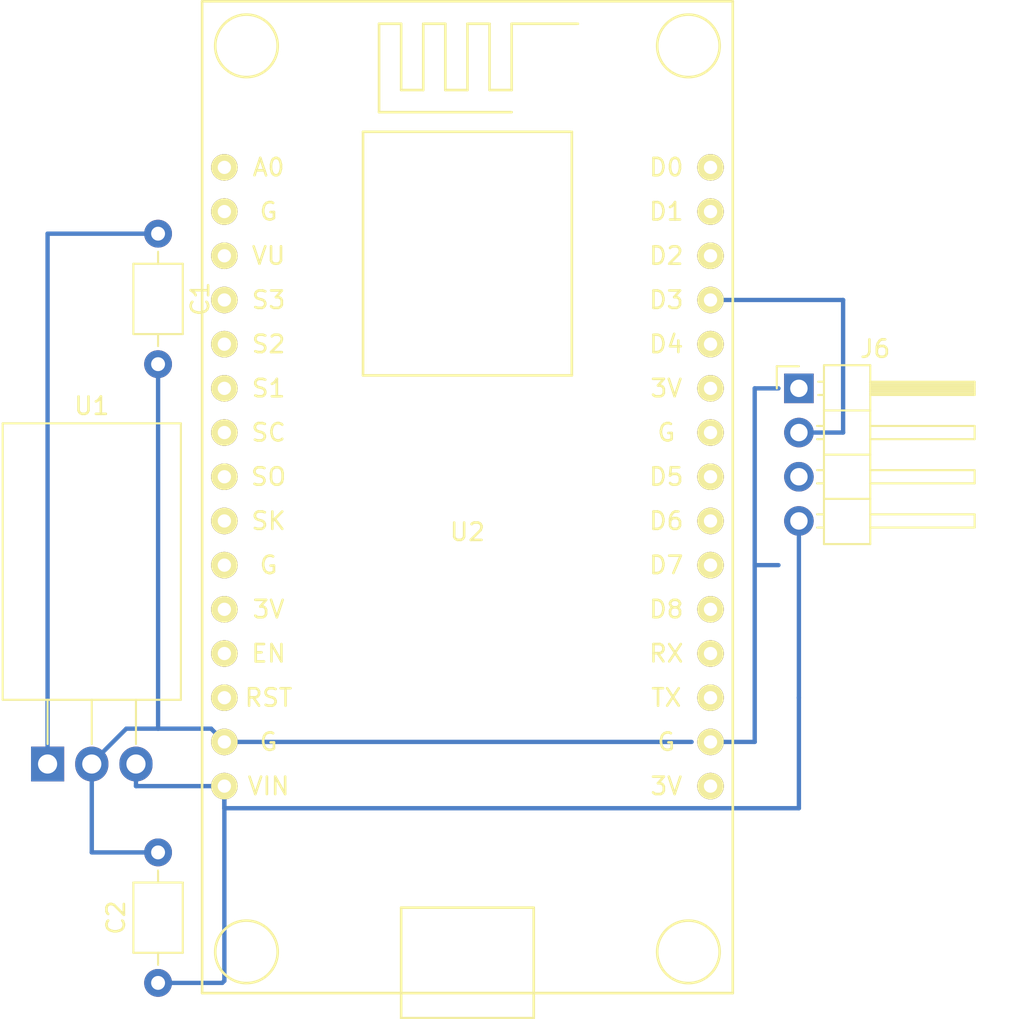
<source format=kicad_pcb>
(kicad_pcb (version 20171130) (host pcbnew "(5.0.2)-1")

  (general
    (thickness 1.6)
    (drawings 0)
    (tracks 29)
    (zones 0)
    (modules 5)
    (nets 33)
  )

  (page A4)
  (layers
    (0 F.Cu signal)
    (31 B.Cu signal)
    (32 B.Adhes user)
    (33 F.Adhes user)
    (34 B.Paste user)
    (35 F.Paste user)
    (36 B.SilkS user)
    (37 F.SilkS user)
    (38 B.Mask user)
    (39 F.Mask user)
    (40 Dwgs.User user)
    (41 Cmts.User user)
    (42 Eco1.User user)
    (43 Eco2.User user)
    (44 Edge.Cuts user)
    (45 Margin user)
    (46 B.CrtYd user)
    (47 F.CrtYd user)
    (48 B.Fab user)
    (49 F.Fab user)
  )

  (setup
    (last_trace_width 0.25)
    (trace_clearance 0.2)
    (zone_clearance 0.508)
    (zone_45_only no)
    (trace_min 0.2)
    (segment_width 0.2)
    (edge_width 0.1)
    (via_size 0.8)
    (via_drill 0.4)
    (via_min_size 0.4)
    (via_min_drill 0.3)
    (uvia_size 0.3)
    (uvia_drill 0.1)
    (uvias_allowed no)
    (uvia_min_size 0.2)
    (uvia_min_drill 0.1)
    (pcb_text_width 0.3)
    (pcb_text_size 1.5 1.5)
    (mod_edge_width 0.15)
    (mod_text_size 1 1)
    (mod_text_width 0.15)
    (pad_size 1.5 1.5)
    (pad_drill 0.6)
    (pad_to_mask_clearance 0)
    (solder_mask_min_width 0.25)
    (aux_axis_origin 0 0)
    (visible_elements 7FFFFFFF)
    (pcbplotparams
      (layerselection 0x010fc_ffffffff)
      (usegerberextensions false)
      (usegerberattributes false)
      (usegerberadvancedattributes false)
      (creategerberjobfile false)
      (excludeedgelayer true)
      (linewidth 0.100000)
      (plotframeref false)
      (viasonmask false)
      (mode 1)
      (useauxorigin false)
      (hpglpennumber 1)
      (hpglpenspeed 20)
      (hpglpendiameter 15.000000)
      (psnegative false)
      (psa4output false)
      (plotreference true)
      (plotvalue true)
      (plotinvisibletext false)
      (padsonsilk false)
      (subtractmaskfromsilk false)
      (outputformat 1)
      (mirror false)
      (drillshape 1)
      (scaleselection 1)
      (outputdirectory ""))
  )

  (net 0 "")
  (net 1 GND)
  (net 2 Radio)
  (net 3 "Net-(J6-Pad3)")
  (net 4 5v)
  (net 5 12v)
  (net 6 "Net-(U2-Pad1)")
  (net 7 "Net-(U2-Pad2)")
  (net 8 "Net-(U2-Pad3)")
  (net 9 "Net-(U2-Pad4)")
  (net 10 "Net-(U2-Pad5)")
  (net 11 "Net-(U2-Pad6)")
  (net 12 "Net-(U2-Pad7)")
  (net 13 "Net-(U2-Pad8)")
  (net 14 "Net-(U2-Pad9)")
  (net 15 "Net-(U2-Pad10)")
  (net 16 "Net-(U2-Pad11)")
  (net 17 "Net-(U2-Pad12)")
  (net 18 "Net-(U2-Pad13)")
  (net 19 "Net-(U2-Pad16)")
  (net 20 "Net-(U2-Pad17)")
  (net 21 "Net-(U2-Pad18)")
  (net 22 "Net-(U2-Pad19)")
  (net 23 "Net-(U2-Pad20)")
  (net 24 "Net-(U2-Pad21)")
  (net 25 "Net-(U2-Pad22)")
  (net 26 "Net-(U2-Pad23)")
  (net 27 "Net-(U2-Pad24)")
  (net 28 "Net-(U2-Pad25)")
  (net 29 "Net-(U2-Pad26)")
  (net 30 Ctrl)
  (net 31 "Net-(U2-Pad29)")
  (net 32 "Net-(U2-Pad30)")

  (net_class Default "This is the default net class."
    (clearance 0.2)
    (trace_width 0.25)
    (via_dia 0.8)
    (via_drill 0.4)
    (uvia_dia 0.3)
    (uvia_drill 0.1)
    (add_net 12v)
    (add_net 5v)
    (add_net Ctrl)
    (add_net GND)
    (add_net "Net-(J6-Pad3)")
    (add_net "Net-(U2-Pad1)")
    (add_net "Net-(U2-Pad10)")
    (add_net "Net-(U2-Pad11)")
    (add_net "Net-(U2-Pad12)")
    (add_net "Net-(U2-Pad13)")
    (add_net "Net-(U2-Pad16)")
    (add_net "Net-(U2-Pad17)")
    (add_net "Net-(U2-Pad18)")
    (add_net "Net-(U2-Pad19)")
    (add_net "Net-(U2-Pad2)")
    (add_net "Net-(U2-Pad20)")
    (add_net "Net-(U2-Pad21)")
    (add_net "Net-(U2-Pad22)")
    (add_net "Net-(U2-Pad23)")
    (add_net "Net-(U2-Pad24)")
    (add_net "Net-(U2-Pad25)")
    (add_net "Net-(U2-Pad26)")
    (add_net "Net-(U2-Pad29)")
    (add_net "Net-(U2-Pad3)")
    (add_net "Net-(U2-Pad30)")
    (add_net "Net-(U2-Pad4)")
    (add_net "Net-(U2-Pad5)")
    (add_net "Net-(U2-Pad6)")
    (add_net "Net-(U2-Pad7)")
    (add_net "Net-(U2-Pad8)")
    (add_net "Net-(U2-Pad9)")
    (add_net Radio)
  )

  (module Package_TO_SOT_THT:TO-220-3_Horizontal_TabDown (layer F.Cu) (tedit 5AC8BA0D) (tstamp 5DEA9675)
    (at 119.38 107.95)
    (descr "TO-220-3, Horizontal, RM 2.54mm, see https://www.vishay.com/docs/66542/to-220-1.pdf")
    (tags "TO-220-3 Horizontal RM 2.54mm")
    (path /5DC980F3)
    (fp_text reference U1 (at 2.54 -20.58) (layer F.SilkS)
      (effects (font (size 1 1) (thickness 0.15)))
    )
    (fp_text value L7805 (at 2.54 2) (layer F.Fab)
      (effects (font (size 1 1) (thickness 0.15)))
    )
    (fp_text user %R (at 2.54 -20.58) (layer F.Fab)
      (effects (font (size 1 1) (thickness 0.15)))
    )
    (fp_line (start 7.79 -19.71) (end -2.71 -19.71) (layer F.CrtYd) (width 0.05))
    (fp_line (start 7.79 1.25) (end 7.79 -19.71) (layer F.CrtYd) (width 0.05))
    (fp_line (start -2.71 1.25) (end 7.79 1.25) (layer F.CrtYd) (width 0.05))
    (fp_line (start -2.71 -19.71) (end -2.71 1.25) (layer F.CrtYd) (width 0.05))
    (fp_line (start 5.08 -3.69) (end 5.08 -1.15) (layer F.SilkS) (width 0.12))
    (fp_line (start 2.54 -3.69) (end 2.54 -1.15) (layer F.SilkS) (width 0.12))
    (fp_line (start 0 -3.69) (end 0 -1.15) (layer F.SilkS) (width 0.12))
    (fp_line (start 7.66 -19.58) (end 7.66 -3.69) (layer F.SilkS) (width 0.12))
    (fp_line (start -2.58 -19.58) (end -2.58 -3.69) (layer F.SilkS) (width 0.12))
    (fp_line (start -2.58 -19.58) (end 7.66 -19.58) (layer F.SilkS) (width 0.12))
    (fp_line (start -2.58 -3.69) (end 7.66 -3.69) (layer F.SilkS) (width 0.12))
    (fp_line (start 5.08 -3.81) (end 5.08 0) (layer F.Fab) (width 0.1))
    (fp_line (start 2.54 -3.81) (end 2.54 0) (layer F.Fab) (width 0.1))
    (fp_line (start 0 -3.81) (end 0 0) (layer F.Fab) (width 0.1))
    (fp_line (start 7.54 -3.81) (end -2.46 -3.81) (layer F.Fab) (width 0.1))
    (fp_line (start 7.54 -13.06) (end 7.54 -3.81) (layer F.Fab) (width 0.1))
    (fp_line (start -2.46 -13.06) (end 7.54 -13.06) (layer F.Fab) (width 0.1))
    (fp_line (start -2.46 -3.81) (end -2.46 -13.06) (layer F.Fab) (width 0.1))
    (fp_line (start 7.54 -13.06) (end -2.46 -13.06) (layer F.Fab) (width 0.1))
    (fp_line (start 7.54 -19.46) (end 7.54 -13.06) (layer F.Fab) (width 0.1))
    (fp_line (start -2.46 -19.46) (end 7.54 -19.46) (layer F.Fab) (width 0.1))
    (fp_line (start -2.46 -13.06) (end -2.46 -19.46) (layer F.Fab) (width 0.1))
    (fp_circle (center 2.54 -16.66) (end 4.39 -16.66) (layer F.Fab) (width 0.1))
    (pad 3 thru_hole oval (at 5.08 0) (size 1.905 2) (drill 1.1) (layers *.Cu *.Mask)
      (net 4 5v))
    (pad 2 thru_hole oval (at 2.54 0) (size 1.905 2) (drill 1.1) (layers *.Cu *.Mask)
      (net 1 GND))
    (pad 1 thru_hole rect (at 0 0) (size 1.905 2) (drill 1.1) (layers *.Cu *.Mask)
      (net 5 12v))
    (pad "" np_thru_hole oval (at 2.54 -16.66) (size 3.5 3.5) (drill 3.5) (layers *.Cu *.Mask))
    (model ${KISYS3DMOD}/Package_TO_SOT_THT.3dshapes/TO-220-3_Horizontal_TabDown.wrl
      (at (xyz 0 0 0))
      (scale (xyz 1 1 1))
      (rotate (xyz 0 0 0))
    )
  )

  (module Connector_PinHeader_2.54mm:PinHeader_1x04_P2.54mm_Horizontal (layer F.Cu) (tedit 59FED5CB) (tstamp 5DDEA5FB)
    (at 162.56 86.36)
    (descr "Through hole angled pin header, 1x04, 2.54mm pitch, 6mm pin length, single row")
    (tags "Through hole angled pin header THT 1x04 2.54mm single row")
    (path /5DD4F98A)
    (fp_text reference J6 (at 4.385 -2.27) (layer F.SilkS)
      (effects (font (size 1 1) (thickness 0.15)))
    )
    (fp_text value Screw_Terminal_01x04 (at 4.385 9.89) (layer F.Fab)
      (effects (font (size 1 1) (thickness 0.15)))
    )
    (fp_line (start 2.135 -1.27) (end 4.04 -1.27) (layer F.Fab) (width 0.1))
    (fp_line (start 4.04 -1.27) (end 4.04 8.89) (layer F.Fab) (width 0.1))
    (fp_line (start 4.04 8.89) (end 1.5 8.89) (layer F.Fab) (width 0.1))
    (fp_line (start 1.5 8.89) (end 1.5 -0.635) (layer F.Fab) (width 0.1))
    (fp_line (start 1.5 -0.635) (end 2.135 -1.27) (layer F.Fab) (width 0.1))
    (fp_line (start -0.32 -0.32) (end 1.5 -0.32) (layer F.Fab) (width 0.1))
    (fp_line (start -0.32 -0.32) (end -0.32 0.32) (layer F.Fab) (width 0.1))
    (fp_line (start -0.32 0.32) (end 1.5 0.32) (layer F.Fab) (width 0.1))
    (fp_line (start 4.04 -0.32) (end 10.04 -0.32) (layer F.Fab) (width 0.1))
    (fp_line (start 10.04 -0.32) (end 10.04 0.32) (layer F.Fab) (width 0.1))
    (fp_line (start 4.04 0.32) (end 10.04 0.32) (layer F.Fab) (width 0.1))
    (fp_line (start -0.32 2.22) (end 1.5 2.22) (layer F.Fab) (width 0.1))
    (fp_line (start -0.32 2.22) (end -0.32 2.86) (layer F.Fab) (width 0.1))
    (fp_line (start -0.32 2.86) (end 1.5 2.86) (layer F.Fab) (width 0.1))
    (fp_line (start 4.04 2.22) (end 10.04 2.22) (layer F.Fab) (width 0.1))
    (fp_line (start 10.04 2.22) (end 10.04 2.86) (layer F.Fab) (width 0.1))
    (fp_line (start 4.04 2.86) (end 10.04 2.86) (layer F.Fab) (width 0.1))
    (fp_line (start -0.32 4.76) (end 1.5 4.76) (layer F.Fab) (width 0.1))
    (fp_line (start -0.32 4.76) (end -0.32 5.4) (layer F.Fab) (width 0.1))
    (fp_line (start -0.32 5.4) (end 1.5 5.4) (layer F.Fab) (width 0.1))
    (fp_line (start 4.04 4.76) (end 10.04 4.76) (layer F.Fab) (width 0.1))
    (fp_line (start 10.04 4.76) (end 10.04 5.4) (layer F.Fab) (width 0.1))
    (fp_line (start 4.04 5.4) (end 10.04 5.4) (layer F.Fab) (width 0.1))
    (fp_line (start -0.32 7.3) (end 1.5 7.3) (layer F.Fab) (width 0.1))
    (fp_line (start -0.32 7.3) (end -0.32 7.94) (layer F.Fab) (width 0.1))
    (fp_line (start -0.32 7.94) (end 1.5 7.94) (layer F.Fab) (width 0.1))
    (fp_line (start 4.04 7.3) (end 10.04 7.3) (layer F.Fab) (width 0.1))
    (fp_line (start 10.04 7.3) (end 10.04 7.94) (layer F.Fab) (width 0.1))
    (fp_line (start 4.04 7.94) (end 10.04 7.94) (layer F.Fab) (width 0.1))
    (fp_line (start 1.44 -1.33) (end 1.44 8.95) (layer F.SilkS) (width 0.12))
    (fp_line (start 1.44 8.95) (end 4.1 8.95) (layer F.SilkS) (width 0.12))
    (fp_line (start 4.1 8.95) (end 4.1 -1.33) (layer F.SilkS) (width 0.12))
    (fp_line (start 4.1 -1.33) (end 1.44 -1.33) (layer F.SilkS) (width 0.12))
    (fp_line (start 4.1 -0.38) (end 10.1 -0.38) (layer F.SilkS) (width 0.12))
    (fp_line (start 10.1 -0.38) (end 10.1 0.38) (layer F.SilkS) (width 0.12))
    (fp_line (start 10.1 0.38) (end 4.1 0.38) (layer F.SilkS) (width 0.12))
    (fp_line (start 4.1 -0.32) (end 10.1 -0.32) (layer F.SilkS) (width 0.12))
    (fp_line (start 4.1 -0.2) (end 10.1 -0.2) (layer F.SilkS) (width 0.12))
    (fp_line (start 4.1 -0.08) (end 10.1 -0.08) (layer F.SilkS) (width 0.12))
    (fp_line (start 4.1 0.04) (end 10.1 0.04) (layer F.SilkS) (width 0.12))
    (fp_line (start 4.1 0.16) (end 10.1 0.16) (layer F.SilkS) (width 0.12))
    (fp_line (start 4.1 0.28) (end 10.1 0.28) (layer F.SilkS) (width 0.12))
    (fp_line (start 1.11 -0.38) (end 1.44 -0.38) (layer F.SilkS) (width 0.12))
    (fp_line (start 1.11 0.38) (end 1.44 0.38) (layer F.SilkS) (width 0.12))
    (fp_line (start 1.44 1.27) (end 4.1 1.27) (layer F.SilkS) (width 0.12))
    (fp_line (start 4.1 2.16) (end 10.1 2.16) (layer F.SilkS) (width 0.12))
    (fp_line (start 10.1 2.16) (end 10.1 2.92) (layer F.SilkS) (width 0.12))
    (fp_line (start 10.1 2.92) (end 4.1 2.92) (layer F.SilkS) (width 0.12))
    (fp_line (start 1.042929 2.16) (end 1.44 2.16) (layer F.SilkS) (width 0.12))
    (fp_line (start 1.042929 2.92) (end 1.44 2.92) (layer F.SilkS) (width 0.12))
    (fp_line (start 1.44 3.81) (end 4.1 3.81) (layer F.SilkS) (width 0.12))
    (fp_line (start 4.1 4.7) (end 10.1 4.7) (layer F.SilkS) (width 0.12))
    (fp_line (start 10.1 4.7) (end 10.1 5.46) (layer F.SilkS) (width 0.12))
    (fp_line (start 10.1 5.46) (end 4.1 5.46) (layer F.SilkS) (width 0.12))
    (fp_line (start 1.042929 4.7) (end 1.44 4.7) (layer F.SilkS) (width 0.12))
    (fp_line (start 1.042929 5.46) (end 1.44 5.46) (layer F.SilkS) (width 0.12))
    (fp_line (start 1.44 6.35) (end 4.1 6.35) (layer F.SilkS) (width 0.12))
    (fp_line (start 4.1 7.24) (end 10.1 7.24) (layer F.SilkS) (width 0.12))
    (fp_line (start 10.1 7.24) (end 10.1 8) (layer F.SilkS) (width 0.12))
    (fp_line (start 10.1 8) (end 4.1 8) (layer F.SilkS) (width 0.12))
    (fp_line (start 1.042929 7.24) (end 1.44 7.24) (layer F.SilkS) (width 0.12))
    (fp_line (start 1.042929 8) (end 1.44 8) (layer F.SilkS) (width 0.12))
    (fp_line (start -1.27 0) (end -1.27 -1.27) (layer F.SilkS) (width 0.12))
    (fp_line (start -1.27 -1.27) (end 0 -1.27) (layer F.SilkS) (width 0.12))
    (fp_line (start -1.8 -1.8) (end -1.8 9.4) (layer F.CrtYd) (width 0.05))
    (fp_line (start -1.8 9.4) (end 10.55 9.4) (layer F.CrtYd) (width 0.05))
    (fp_line (start 10.55 9.4) (end 10.55 -1.8) (layer F.CrtYd) (width 0.05))
    (fp_line (start 10.55 -1.8) (end -1.8 -1.8) (layer F.CrtYd) (width 0.05))
    (fp_text user %R (at 2.77 3.81 90) (layer F.Fab)
      (effects (font (size 1 1) (thickness 0.15)))
    )
    (pad 1 thru_hole rect (at 0 0) (size 1.7 1.7) (drill 1) (layers *.Cu *.Mask)
      (net 1 GND))
    (pad 2 thru_hole oval (at 0 2.54) (size 1.7 1.7) (drill 1) (layers *.Cu *.Mask)
      (net 2 Radio))
    (pad 3 thru_hole oval (at 0 5.08) (size 1.7 1.7) (drill 1) (layers *.Cu *.Mask)
      (net 3 "Net-(J6-Pad3)"))
    (pad 4 thru_hole oval (at 0 7.62) (size 1.7 1.7) (drill 1) (layers *.Cu *.Mask)
      (net 4 5v))
    (model ${KISYS3DMOD}/Connector_PinHeader_2.54mm.3dshapes/PinHeader_1x04_P2.54mm_Horizontal.wrl
      (at (xyz 0 0 0))
      (scale (xyz 1 1 1))
      (rotate (xyz 0 0 0))
    )
  )

  (module Capacitor_THT:C_Axial_L3.8mm_D2.6mm_P7.50mm_Horizontal (layer F.Cu) (tedit 5AE50EF0) (tstamp 5DDEAD69)
    (at 125.73 77.47 270)
    (descr "C, Axial series, Axial, Horizontal, pin pitch=7.5mm, , length*diameter=3.8*2.6mm^2, http://www.vishay.com/docs/45231/arseries.pdf")
    (tags "C Axial series Axial Horizontal pin pitch 7.5mm  length 3.8mm diameter 2.6mm")
    (path /5DDE916F)
    (fp_text reference C1 (at 3.75 -2.42 270) (layer F.SilkS)
      (effects (font (size 1 1) (thickness 0.15)))
    )
    (fp_text value 100n (at 3.75 2.42 270) (layer F.Fab)
      (effects (font (size 1 1) (thickness 0.15)))
    )
    (fp_text user %R (at 3.75 0 270) (layer F.Fab)
      (effects (font (size 0.76 0.76) (thickness 0.114)))
    )
    (fp_line (start 8.55 -1.55) (end -1.05 -1.55) (layer F.CrtYd) (width 0.05))
    (fp_line (start 8.55 1.55) (end 8.55 -1.55) (layer F.CrtYd) (width 0.05))
    (fp_line (start -1.05 1.55) (end 8.55 1.55) (layer F.CrtYd) (width 0.05))
    (fp_line (start -1.05 -1.55) (end -1.05 1.55) (layer F.CrtYd) (width 0.05))
    (fp_line (start 6.46 0) (end 5.77 0) (layer F.SilkS) (width 0.12))
    (fp_line (start 1.04 0) (end 1.73 0) (layer F.SilkS) (width 0.12))
    (fp_line (start 5.77 -1.42) (end 1.73 -1.42) (layer F.SilkS) (width 0.12))
    (fp_line (start 5.77 1.42) (end 5.77 -1.42) (layer F.SilkS) (width 0.12))
    (fp_line (start 1.73 1.42) (end 5.77 1.42) (layer F.SilkS) (width 0.12))
    (fp_line (start 1.73 -1.42) (end 1.73 1.42) (layer F.SilkS) (width 0.12))
    (fp_line (start 7.5 0) (end 5.65 0) (layer F.Fab) (width 0.1))
    (fp_line (start 0 0) (end 1.85 0) (layer F.Fab) (width 0.1))
    (fp_line (start 5.65 -1.3) (end 1.85 -1.3) (layer F.Fab) (width 0.1))
    (fp_line (start 5.65 1.3) (end 5.65 -1.3) (layer F.Fab) (width 0.1))
    (fp_line (start 1.85 1.3) (end 5.65 1.3) (layer F.Fab) (width 0.1))
    (fp_line (start 1.85 -1.3) (end 1.85 1.3) (layer F.Fab) (width 0.1))
    (pad 2 thru_hole oval (at 7.5 0 270) (size 1.6 1.6) (drill 0.8) (layers *.Cu *.Mask)
      (net 1 GND))
    (pad 1 thru_hole circle (at 0 0 270) (size 1.6 1.6) (drill 0.8) (layers *.Cu *.Mask)
      (net 5 12v))
    (model ${KISYS3DMOD}/Capacitor_THT.3dshapes/C_Axial_L3.8mm_D2.6mm_P7.50mm_Horizontal.wrl
      (at (xyz 0 0 0))
      (scale (xyz 1 1 1))
      (rotate (xyz 0 0 0))
    )
  )

  (module Capacitor_THT:C_Axial_L3.8mm_D2.6mm_P7.50mm_Horizontal (layer F.Cu) (tedit 5AE50EF0) (tstamp 5DDEA5AE)
    (at 125.73 120.53 90)
    (descr "C, Axial series, Axial, Horizontal, pin pitch=7.5mm, , length*diameter=3.8*2.6mm^2, http://www.vishay.com/docs/45231/arseries.pdf")
    (tags "C Axial series Axial Horizontal pin pitch 7.5mm  length 3.8mm diameter 2.6mm")
    (path /5DDE910B)
    (fp_text reference C2 (at 3.75 -2.42 90) (layer F.SilkS)
      (effects (font (size 1 1) (thickness 0.15)))
    )
    (fp_text value 100n (at 3.75 2.42 90) (layer F.Fab)
      (effects (font (size 1 1) (thickness 0.15)))
    )
    (fp_line (start 1.85 -1.3) (end 1.85 1.3) (layer F.Fab) (width 0.1))
    (fp_line (start 1.85 1.3) (end 5.65 1.3) (layer F.Fab) (width 0.1))
    (fp_line (start 5.65 1.3) (end 5.65 -1.3) (layer F.Fab) (width 0.1))
    (fp_line (start 5.65 -1.3) (end 1.85 -1.3) (layer F.Fab) (width 0.1))
    (fp_line (start 0 0) (end 1.85 0) (layer F.Fab) (width 0.1))
    (fp_line (start 7.5 0) (end 5.65 0) (layer F.Fab) (width 0.1))
    (fp_line (start 1.73 -1.42) (end 1.73 1.42) (layer F.SilkS) (width 0.12))
    (fp_line (start 1.73 1.42) (end 5.77 1.42) (layer F.SilkS) (width 0.12))
    (fp_line (start 5.77 1.42) (end 5.77 -1.42) (layer F.SilkS) (width 0.12))
    (fp_line (start 5.77 -1.42) (end 1.73 -1.42) (layer F.SilkS) (width 0.12))
    (fp_line (start 1.04 0) (end 1.73 0) (layer F.SilkS) (width 0.12))
    (fp_line (start 6.46 0) (end 5.77 0) (layer F.SilkS) (width 0.12))
    (fp_line (start -1.05 -1.55) (end -1.05 1.55) (layer F.CrtYd) (width 0.05))
    (fp_line (start -1.05 1.55) (end 8.55 1.55) (layer F.CrtYd) (width 0.05))
    (fp_line (start 8.55 1.55) (end 8.55 -1.55) (layer F.CrtYd) (width 0.05))
    (fp_line (start 8.55 -1.55) (end -1.05 -1.55) (layer F.CrtYd) (width 0.05))
    (fp_text user %R (at 3.75 0 90) (layer F.Fab)
      (effects (font (size 0.76 0.76) (thickness 0.114)))
    )
    (pad 1 thru_hole circle (at 0 0 90) (size 1.6 1.6) (drill 0.8) (layers *.Cu *.Mask)
      (net 4 5v))
    (pad 2 thru_hole oval (at 7.5 0 90) (size 1.6 1.6) (drill 0.8) (layers *.Cu *.Mask)
      (net 1 GND))
    (model ${KISYS3DMOD}/Capacitor_THT.3dshapes/C_Axial_L3.8mm_D2.6mm_P7.50mm_Horizontal.wrl
      (at (xyz 0 0 0))
      (scale (xyz 1 1 1))
      (rotate (xyz 0 0 0))
    )
  )

  (module "ESP8266:NodeMCU1.0(12-E)" (layer F.Cu) (tedit 58B0D14D) (tstamp 5DDEAECD)
    (at 143.51 94.615)
    (path /5DD3BF08)
    (fp_text reference U2 (at 0 0) (layer F.SilkS)
      (effects (font (size 1 1) (thickness 0.15)))
    )
    (fp_text value "NodeMCU1.0(ESP-12E)" (at 0 -2.54) (layer F.Fab)
      (effects (font (size 1 1) (thickness 0.15)))
    )
    (fp_line (start -6 -23) (end 6 -23) (layer F.SilkS) (width 0.15))
    (fp_line (start 6 -23) (end 6 -9) (layer F.SilkS) (width 0.15))
    (fp_line (start 6 -9) (end -6 -9) (layer F.SilkS) (width 0.15))
    (fp_line (start -6 -9) (end -6 -23) (layer F.SilkS) (width 0.15))
    (fp_line (start 2.54 -24.13) (end -5.08 -24.13) (layer F.SilkS) (width 0.15))
    (fp_line (start -5.08 -24.13) (end -5.08 -29.21) (layer F.SilkS) (width 0.15))
    (fp_line (start -5.08 -29.21) (end -3.81 -29.21) (layer F.SilkS) (width 0.15))
    (fp_line (start -3.81 -29.21) (end -3.81 -25.4) (layer F.SilkS) (width 0.15))
    (fp_line (start -3.81 -25.4) (end -2.54 -25.4) (layer F.SilkS) (width 0.15))
    (fp_line (start -2.54 -25.4) (end -2.54 -29.21) (layer F.SilkS) (width 0.15))
    (fp_line (start -2.54 -29.21) (end -1.27 -29.21) (layer F.SilkS) (width 0.15))
    (fp_line (start -1.27 -29.21) (end -1.27 -25.4) (layer F.SilkS) (width 0.15))
    (fp_line (start -1.27 -25.4) (end 0 -25.4) (layer F.SilkS) (width 0.15))
    (fp_line (start 0 -25.4) (end 0 -29.21) (layer F.SilkS) (width 0.15))
    (fp_line (start 0 -29.21) (end 1.27 -29.21) (layer F.SilkS) (width 0.15))
    (fp_line (start 1.27 -29.21) (end 1.27 -25.4) (layer F.SilkS) (width 0.15))
    (fp_line (start 1.27 -25.4) (end 2.54 -25.4) (layer F.SilkS) (width 0.15))
    (fp_line (start 2.54 -25.4) (end 2.54 -29.21) (layer F.SilkS) (width 0.15))
    (fp_line (start 2.54 -29.21) (end 6.35 -29.21) (layer F.SilkS) (width 0.15))
    (fp_line (start -3.81 27.94) (end 3.81 27.94) (layer F.SilkS) (width 0.15))
    (fp_line (start 3.81 27.94) (end 3.81 21.59) (layer F.SilkS) (width 0.15))
    (fp_line (start 3.81 21.59) (end -3.81 21.59) (layer F.SilkS) (width 0.15))
    (fp_line (start -3.81 21.59) (end -3.81 27.94) (layer F.SilkS) (width 0.15))
    (fp_text user VIN (at -11.43 14.605) (layer F.SilkS)
      (effects (font (size 1 1) (thickness 0.15)))
    )
    (fp_text user G (at -11.43 12.065) (layer F.SilkS)
      (effects (font (size 1 1) (thickness 0.15)))
    )
    (fp_text user RST (at -11.43 9.525) (layer F.SilkS)
      (effects (font (size 1 1) (thickness 0.15)))
    )
    (fp_text user EN (at -11.43 6.985) (layer F.SilkS)
      (effects (font (size 1 1) (thickness 0.15)))
    )
    (fp_text user 3V (at -11.43 4.445) (layer F.SilkS)
      (effects (font (size 1 1) (thickness 0.15)))
    )
    (fp_text user G (at -11.43 1.905) (layer F.SilkS)
      (effects (font (size 1 1) (thickness 0.15)))
    )
    (fp_text user SK (at -11.43 -0.635) (layer F.SilkS)
      (effects (font (size 1 1) (thickness 0.15)))
    )
    (fp_text user SO (at -11.43 -3.175) (layer F.SilkS)
      (effects (font (size 1 1) (thickness 0.15)))
    )
    (fp_text user SC (at -11.43 -5.715) (layer F.SilkS)
      (effects (font (size 1 1) (thickness 0.15)))
    )
    (fp_text user S1 (at -11.43 -8.255) (layer F.SilkS)
      (effects (font (size 1 1) (thickness 0.15)))
    )
    (fp_text user S2 (at -11.43 -10.795) (layer F.SilkS)
      (effects (font (size 1 1) (thickness 0.15)))
    )
    (fp_text user S3 (at -11.43 -13.335) (layer F.SilkS)
      (effects (font (size 1 1) (thickness 0.15)))
    )
    (fp_text user VU (at -11.43 -15.875) (layer F.SilkS)
      (effects (font (size 1 1) (thickness 0.15)))
    )
    (fp_text user G (at -11.43 -18.415) (layer F.SilkS)
      (effects (font (size 1 1) (thickness 0.15)))
    )
    (fp_text user A0 (at -11.43 -20.955) (layer F.SilkS)
      (effects (font (size 1 1) (thickness 0.15)))
    )
    (fp_text user 3V (at 11.43 14.605) (layer F.SilkS)
      (effects (font (size 1 1) (thickness 0.15)))
    )
    (fp_text user G (at 11.43 12.065) (layer F.SilkS)
      (effects (font (size 1 1) (thickness 0.15)))
    )
    (fp_text user TX (at 11.43 9.525) (layer F.SilkS)
      (effects (font (size 1 1) (thickness 0.15)))
    )
    (fp_text user RX (at 11.43 6.985) (layer F.SilkS)
      (effects (font (size 1 1) (thickness 0.15)))
    )
    (fp_text user D8 (at 11.43 4.445) (layer F.SilkS)
      (effects (font (size 1 1) (thickness 0.15)))
    )
    (fp_text user D7 (at 11.43 1.905) (layer F.SilkS)
      (effects (font (size 1 1) (thickness 0.15)))
    )
    (fp_text user D6 (at 11.43 -0.635) (layer F.SilkS)
      (effects (font (size 1 1) (thickness 0.15)))
    )
    (fp_text user D5 (at 11.43 -3.175) (layer F.SilkS)
      (effects (font (size 1 1) (thickness 0.15)))
    )
    (fp_text user G (at 11.43 -5.715) (layer F.SilkS)
      (effects (font (size 1 1) (thickness 0.15)))
    )
    (fp_text user 3V (at 11.43 -8.255) (layer F.SilkS)
      (effects (font (size 1 1) (thickness 0.15)))
    )
    (fp_text user D4 (at 11.43 -10.795) (layer F.SilkS)
      (effects (font (size 1 1) (thickness 0.15)))
    )
    (fp_text user D3 (at 11.43 -13.335) (layer F.SilkS)
      (effects (font (size 1 1) (thickness 0.15)))
    )
    (fp_text user D2 (at 11.43 -15.875) (layer F.SilkS)
      (effects (font (size 1 1) (thickness 0.15)))
    )
    (fp_text user D1 (at 11.43 -18.415) (layer F.SilkS)
      (effects (font (size 1 1) (thickness 0.15)))
    )
    (fp_text user D0 (at 11.43 -20.955) (layer F.SilkS)
      (effects (font (size 1 1) (thickness 0.15)))
    )
    (fp_circle (center 12.7 24.13) (end 13.97 22.86) (layer F.SilkS) (width 0.15))
    (fp_circle (center -12.7 24.13) (end -11.43 22.86) (layer F.SilkS) (width 0.15))
    (fp_circle (center -12.7 -27.94) (end -11.43 -29.21) (layer F.SilkS) (width 0.15))
    (fp_circle (center 12.7 -27.94) (end 13.97 -29.21) (layer F.SilkS) (width 0.15))
    (fp_line (start 15.25 -30.5) (end -14.75 -30.5) (layer F.SilkS) (width 0.15))
    (fp_line (start -14.75 -30.5) (end -15.25 -30.5) (layer F.SilkS) (width 0.15))
    (fp_line (start -15.25 -30.5) (end -15.25 26.5) (layer F.SilkS) (width 0.15))
    (fp_line (start -15.25 26.5) (end 15.25 26.5) (layer F.SilkS) (width 0.15))
    (fp_line (start 15.25 26.5) (end 15.25 -30.5) (layer F.SilkS) (width 0.15))
    (pad 1 thru_hole circle (at -13.97 -20.955) (size 1.524 1.524) (drill 0.762) (layers *.Cu *.Mask F.SilkS)
      (net 6 "Net-(U2-Pad1)"))
    (pad 2 thru_hole circle (at -13.97 -18.415) (size 1.524 1.524) (drill 0.762) (layers *.Cu *.Mask F.SilkS)
      (net 7 "Net-(U2-Pad2)"))
    (pad 3 thru_hole circle (at -13.97 -15.875) (size 1.524 1.524) (drill 0.762) (layers *.Cu *.Mask F.SilkS)
      (net 8 "Net-(U2-Pad3)"))
    (pad 4 thru_hole circle (at -13.97 -13.335) (size 1.524 1.524) (drill 0.762) (layers *.Cu *.Mask F.SilkS)
      (net 9 "Net-(U2-Pad4)"))
    (pad 5 thru_hole circle (at -13.97 -10.795) (size 1.524 1.524) (drill 0.762) (layers *.Cu *.Mask F.SilkS)
      (net 10 "Net-(U2-Pad5)"))
    (pad 6 thru_hole circle (at -13.97 -8.255) (size 1.524 1.524) (drill 0.762) (layers *.Cu *.Mask F.SilkS)
      (net 11 "Net-(U2-Pad6)"))
    (pad 7 thru_hole circle (at -13.97 -5.715) (size 1.524 1.524) (drill 0.762) (layers *.Cu *.Mask F.SilkS)
      (net 12 "Net-(U2-Pad7)"))
    (pad 8 thru_hole circle (at -13.97 -3.175) (size 1.524 1.524) (drill 0.762) (layers *.Cu *.Mask F.SilkS)
      (net 13 "Net-(U2-Pad8)"))
    (pad 9 thru_hole circle (at -13.97 -0.635) (size 1.524 1.524) (drill 0.762) (layers *.Cu *.Mask F.SilkS)
      (net 14 "Net-(U2-Pad9)"))
    (pad 10 thru_hole circle (at -13.97 1.905) (size 1.524 1.524) (drill 0.762) (layers *.Cu *.Mask F.SilkS)
      (net 15 "Net-(U2-Pad10)"))
    (pad 11 thru_hole circle (at -13.97 4.445) (size 1.524 1.524) (drill 0.762) (layers *.Cu *.Mask F.SilkS)
      (net 16 "Net-(U2-Pad11)"))
    (pad 12 thru_hole circle (at -13.97 6.985) (size 1.524 1.524) (drill 0.762) (layers *.Cu *.Mask F.SilkS)
      (net 17 "Net-(U2-Pad12)"))
    (pad 13 thru_hole circle (at -13.97 9.525) (size 1.524 1.524) (drill 0.762) (layers *.Cu *.Mask F.SilkS)
      (net 18 "Net-(U2-Pad13)"))
    (pad 14 thru_hole circle (at -13.97 12.065) (size 1.524 1.524) (drill 0.762) (layers *.Cu *.Mask F.SilkS)
      (net 1 GND))
    (pad 15 thru_hole circle (at -13.97 14.605) (size 1.524 1.524) (drill 0.762) (layers *.Cu *.Mask F.SilkS)
      (net 4 5v))
    (pad 16 thru_hole circle (at 13.97 14.605) (size 1.524 1.524) (drill 0.762) (layers *.Cu *.Mask F.SilkS)
      (net 19 "Net-(U2-Pad16)"))
    (pad 17 thru_hole circle (at 13.97 12.065) (size 1.524 1.524) (drill 0.762) (layers *.Cu *.Mask F.SilkS)
      (net 20 "Net-(U2-Pad17)"))
    (pad 18 thru_hole circle (at 13.97 9.525) (size 1.524 1.524) (drill 0.762) (layers *.Cu *.Mask F.SilkS)
      (net 21 "Net-(U2-Pad18)"))
    (pad 19 thru_hole circle (at 13.97 6.985) (size 1.524 1.524) (drill 0.762) (layers *.Cu *.Mask F.SilkS)
      (net 22 "Net-(U2-Pad19)"))
    (pad 20 thru_hole circle (at 13.97 4.445) (size 1.524 1.524) (drill 0.762) (layers *.Cu *.Mask F.SilkS)
      (net 23 "Net-(U2-Pad20)"))
    (pad 21 thru_hole circle (at 13.97 1.905) (size 1.524 1.524) (drill 0.762) (layers *.Cu *.Mask F.SilkS)
      (net 24 "Net-(U2-Pad21)"))
    (pad 22 thru_hole circle (at 13.97 -0.635) (size 1.524 1.524) (drill 0.762) (layers *.Cu *.Mask F.SilkS)
      (net 25 "Net-(U2-Pad22)"))
    (pad 23 thru_hole circle (at 13.97 -3.175) (size 1.524 1.524) (drill 0.762) (layers *.Cu *.Mask F.SilkS)
      (net 26 "Net-(U2-Pad23)"))
    (pad 24 thru_hole circle (at 13.97 -5.715) (size 1.524 1.524) (drill 0.762) (layers *.Cu *.Mask F.SilkS)
      (net 27 "Net-(U2-Pad24)"))
    (pad 25 thru_hole circle (at 13.97 -8.255) (size 1.524 1.524) (drill 0.762) (layers *.Cu *.Mask F.SilkS)
      (net 28 "Net-(U2-Pad25)"))
    (pad 26 thru_hole circle (at 13.97 -10.795) (size 1.524 1.524) (drill 0.762) (layers *.Cu *.Mask F.SilkS)
      (net 29 "Net-(U2-Pad26)"))
    (pad 27 thru_hole circle (at 13.97 -13.335) (size 1.524 1.524) (drill 0.762) (layers *.Cu *.Mask F.SilkS)
      (net 2 Radio))
    (pad 28 thru_hole circle (at 13.97 -15.875) (size 1.524 1.524) (drill 0.762) (layers *.Cu *.Mask F.SilkS)
      (net 30 Ctrl))
    (pad 29 thru_hole circle (at 13.97 -18.415) (size 1.524 1.524) (drill 0.762) (layers *.Cu *.Mask F.SilkS)
      (net 31 "Net-(U2-Pad29)"))
    (pad 30 thru_hole circle (at 13.97 -20.955) (size 1.524 1.524) (drill 0.762) (layers *.Cu *.Mask F.SilkS)
      (net 32 "Net-(U2-Pad30)"))
  )

  (segment (start 129.54 106.68) (end 156.392999 106.68) (width 0.25) (layer B.Cu) (net 1))
  (segment (start 121.92 107.9025) (end 121.92 107.95) (width 0.25) (layer B.Cu) (net 1))
  (segment (start 123.904499 105.918001) (end 121.92 107.9025) (width 0.25) (layer B.Cu) (net 1))
  (segment (start 129.54 106.68) (end 128.778001 105.918001) (width 0.25) (layer B.Cu) (net 1))
  (segment (start 125.73 113.03) (end 121.92 113.03) (width 0.25) (layer B.Cu) (net 1))
  (segment (start 121.92 113.03) (end 121.92 107.95) (width 0.25) (layer B.Cu) (net 1))
  (segment (start 125.73 84.97) (end 125.73 105.918001) (width 0.25) (layer B.Cu) (net 1))
  (segment (start 128.778001 105.918001) (end 125.73 105.918001) (width 0.25) (layer B.Cu) (net 1))
  (segment (start 125.73 105.918001) (end 123.904499 105.918001) (width 0.25) (layer B.Cu) (net 1))
  (segment (start 165.1 81.28) (end 157.48 81.28) (width 0.25) (layer B.Cu) (net 2))
  (segment (start 162.56 88.9) (end 165.1 88.9) (width 0.25) (layer B.Cu) (net 2))
  (segment (start 165.1 88.9) (end 165.1 81.28) (width 0.25) (layer B.Cu) (net 2))
  (segment (start 162.56 104.14) (end 162.56 110.49) (width 0.25) (layer B.Cu) (net 4))
  (segment (start 162.56 110.49) (end 129.54 110.49) (width 0.25) (layer B.Cu) (net 4))
  (segment (start 129.54 110.49) (end 129.54 109.22) (width 0.25) (layer B.Cu) (net 4))
  (segment (start 125.73 120.53) (end 129.42 120.53) (width 0.25) (layer B.Cu) (net 4))
  (segment (start 129.54 120.41) (end 129.54 109.22) (width 0.25) (layer B.Cu) (net 4))
  (segment (start 129.42 120.53) (end 129.54 120.41) (width 0.25) (layer B.Cu) (net 4))
  (segment (start 162.56 104.14) (end 162.56 93.98) (width 0.25) (layer B.Cu) (net 4))
  (segment (start 124.46 107.95) (end 124.46 109.22) (width 0.25) (layer B.Cu) (net 4))
  (segment (start 124.46 109.22) (end 129.54 109.22) (width 0.25) (layer B.Cu) (net 4))
  (segment (start 123.19 91.44) (end 123.31 91.56) (width 0.25) (layer B.Cu) (net 5))
  (segment (start 119.38 107.95) (end 119.38 77.47) (width 0.25) (layer B.Cu) (net 5))
  (segment (start 119.38 77.47) (end 125.73 77.47) (width 0.25) (layer B.Cu) (net 5))
  (segment (start 157.48 106.68) (end 160.02 106.68) (width 0.25) (layer B.Cu) (net 20))
  (segment (start 160.02 106.68) (end 160.02 96.52) (width 0.25) (layer B.Cu) (net 20))
  (segment (start 160.02 96.52) (end 161.384999 96.52) (width 0.25) (layer B.Cu) (net 20))
  (segment (start 160.02 96.52) (end 160.02 86.36) (width 0.25) (layer B.Cu) (net 20))
  (segment (start 160.02 86.36) (end 161.384999 86.36) (width 0.25) (layer B.Cu) (net 20))

)

</source>
